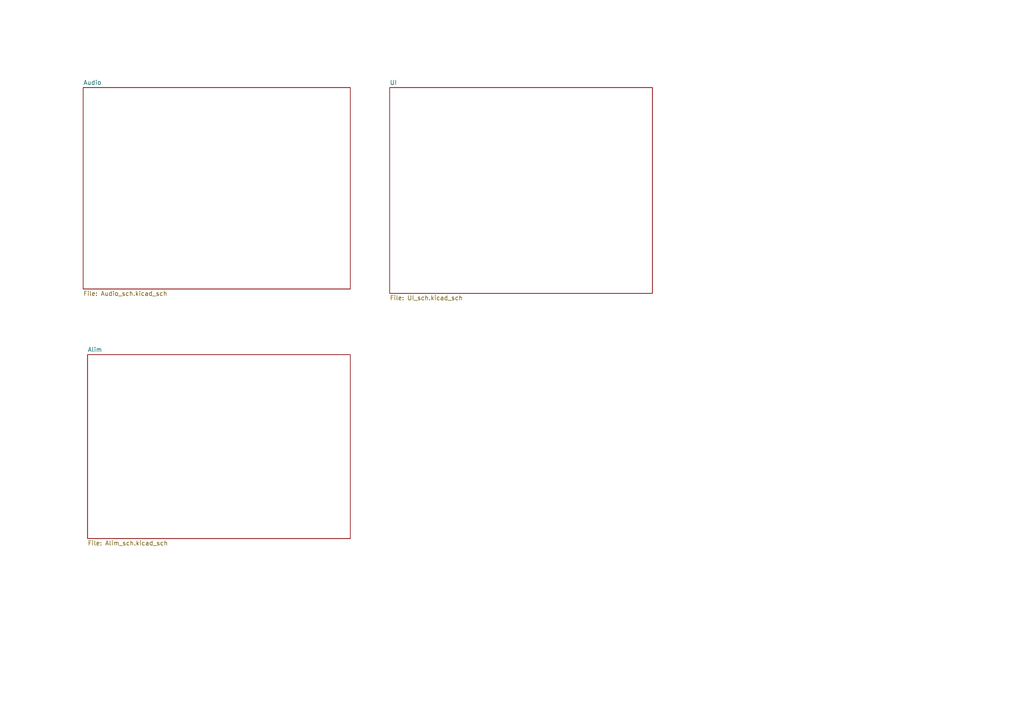
<source format=kicad_sch>
(kicad_sch
	(version 20250114)
	(generator "eeschema")
	(generator_version "9.0")
	(uuid "fd5b7c41-b04f-4585-9d1f-909ab9f2f38c")
	(paper "A4")
	(title_block
		(title "PENDA II")
		(date "2025-04-06")
		(rev "V1.0")
	)
	(lib_symbols)
	(sheet
		(at 25.4 102.87)
		(size 76.2 53.34)
		(exclude_from_sim no)
		(in_bom yes)
		(on_board yes)
		(dnp no)
		(fields_autoplaced yes)
		(stroke
			(width 0.1524)
			(type solid)
		)
		(fill
			(color 0 0 0 0.0000)
		)
		(uuid "1ef5fa3f-552a-44b4-a974-2cde41df9adf")
		(property "Sheetname" "Alim"
			(at 25.4 102.1584 0)
			(effects
				(font
					(size 1.27 1.27)
				)
				(justify left bottom)
			)
		)
		(property "Sheetfile" "Alim_sch.kicad_sch"
			(at 25.4 156.7946 0)
			(effects
				(font
					(size 1.27 1.27)
				)
				(justify left top)
			)
		)
		(instances
			(project "PENDA2"
				(path "/fd5b7c41-b04f-4585-9d1f-909ab9f2f38c"
					(page "4")
				)
			)
		)
	)
	(sheet
		(at 24.13 25.4)
		(size 77.47 58.42)
		(exclude_from_sim no)
		(in_bom yes)
		(on_board yes)
		(dnp no)
		(fields_autoplaced yes)
		(stroke
			(width 0.1524)
			(type solid)
		)
		(fill
			(color 0 0 0 0.0000)
		)
		(uuid "7bd99791-7de9-47fc-bd84-fa19cfc3df0a")
		(property "Sheetname" "Audio"
			(at 24.13 24.6884 0)
			(effects
				(font
					(size 1.27 1.27)
				)
				(justify left bottom)
			)
		)
		(property "Sheetfile" "Audio_sch.kicad_sch"
			(at 24.13 84.4046 0)
			(effects
				(font
					(size 1.27 1.27)
				)
				(justify left top)
			)
		)
		(instances
			(project "PENDA2"
				(path "/fd5b7c41-b04f-4585-9d1f-909ab9f2f38c"
					(page "2")
				)
			)
		)
	)
	(sheet
		(at 113.03 25.4)
		(size 76.2 59.69)
		(exclude_from_sim no)
		(in_bom yes)
		(on_board yes)
		(dnp no)
		(fields_autoplaced yes)
		(stroke
			(width 0.1524)
			(type solid)
		)
		(fill
			(color 0 0 0 0.0000)
		)
		(uuid "c8e604db-70bd-48c5-88c0-391116950fb8")
		(property "Sheetname" "UI"
			(at 113.03 24.6884 0)
			(effects
				(font
					(size 1.27 1.27)
				)
				(justify left bottom)
			)
		)
		(property "Sheetfile" "UI_sch.kicad_sch"
			(at 113.03 85.6746 0)
			(effects
				(font
					(size 1.27 1.27)
				)
				(justify left top)
			)
		)
		(instances
			(project "PENDA2"
				(path "/fd5b7c41-b04f-4585-9d1f-909ab9f2f38c"
					(page "3")
				)
			)
		)
	)
	(sheet_instances
		(path "/"
			(page "1")
		)
	)
	(embedded_fonts no)
)

</source>
